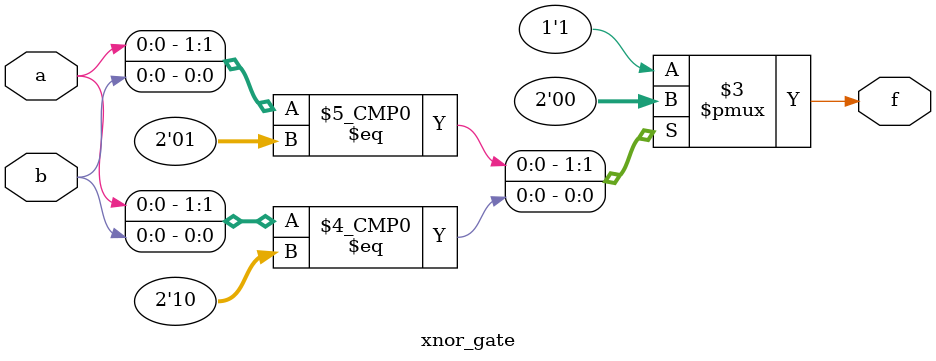
<source format=v>
`timescale 1ns / 1ps


module xnor_gate(
    input a, b,
    output reg f
    );
    always@(*)
    begin
    case({a,b})
    2'b00: f = 1;
    2'b01: f = 0;
    2'b10: f = 0;
    default: f = 1;
    endcase
    end
endmodule

</source>
